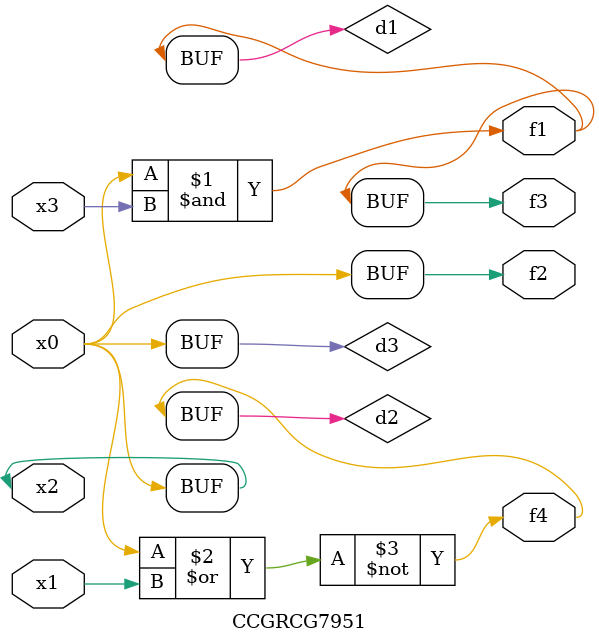
<source format=v>
module CCGRCG7951(
	input x0, x1, x2, x3,
	output f1, f2, f3, f4
);

	wire d1, d2, d3;

	and (d1, x2, x3);
	nor (d2, x0, x1);
	buf (d3, x0, x2);
	assign f1 = d1;
	assign f2 = d3;
	assign f3 = d1;
	assign f4 = d2;
endmodule

</source>
